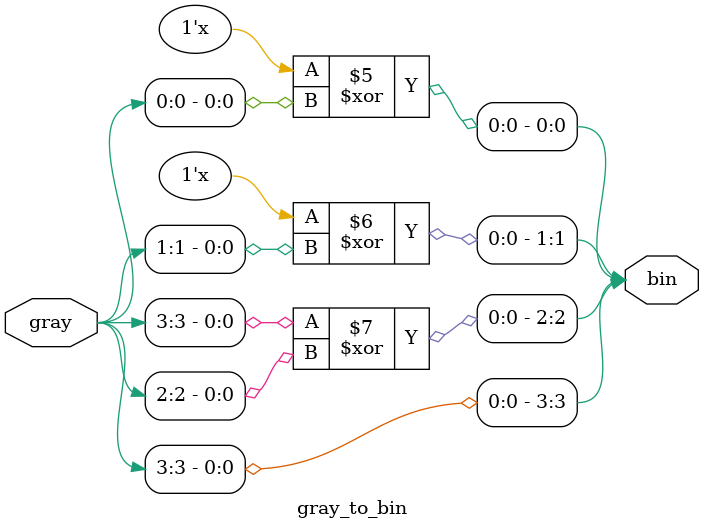
<source format=sv>
`timescale 1ns / 1ps

module gray_to_bin
#(
    parameter WIDTH = 4
)
(
    input logic [WIDTH-1:0] gray,
    output logic [WIDTH-1:0] bin
);

always_comb begin  
    bin[WIDTH-1] = gray[WIDTH-1];
    for (int i =0; i <WIDTH-1; i++) begin
        bin[i] = bin[i+1] ^ gray[i];
    end
end

endmodule




    


</source>
